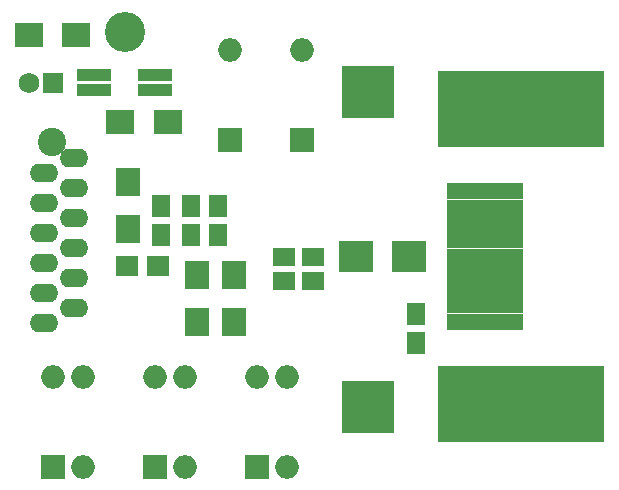
<source format=gbr>
G04 #@! TF.FileFunction,Soldermask,Top*
%FSLAX46Y46*%
G04 Gerber Fmt 4.6, Leading zero omitted, Abs format (unit mm)*
G04 Created by KiCad (PCBNEW 4.0.5) date 02/02/17 02:07:39*
%MOMM*%
%LPD*%
G01*
G04 APERTURE LIST*
%ADD10C,0.100000*%
%ADD11R,1.750000X1.750000*%
%ADD12C,1.750000*%
%ADD13R,2.900000X1.000000*%
%ADD14R,2.900000X0.670000*%
%ADD15R,4.464000X4.464000*%
%ADD16R,2.000000X2.400000*%
%ADD17C,3.400000*%
%ADD18R,2.000000X2.000000*%
%ADD19O,2.000000X2.000000*%
%ADD20R,2.400000X2.100000*%
%ADD21R,2.100000X2.400000*%
%ADD22R,1.650000X1.900000*%
%ADD23R,1.900000X1.650000*%
%ADD24R,1.900000X1.700000*%
%ADD25R,14.100000X6.400000*%
%ADD26R,6.400000X1.340000*%
%ADD27C,3.900000*%
%ADD28O,2.400000X1.600000*%
%ADD29C,2.400000*%
G04 APERTURE END LIST*
D10*
D11*
X160020000Y-91948000D03*
D12*
X158020000Y-91948000D03*
D13*
X168716000Y-91313000D03*
X163516000Y-91313000D03*
X168716000Y-92583000D03*
X163516000Y-92583000D03*
D14*
X185710000Y-107680000D03*
X190210000Y-107680000D03*
X185710000Y-107180000D03*
X190210000Y-107180000D03*
X185710000Y-106680000D03*
X190210000Y-106680000D03*
X185710000Y-106180000D03*
X190210000Y-106180000D03*
X185710000Y-105680000D03*
X190210000Y-105680000D03*
D15*
X186690000Y-119380000D03*
X186690000Y-92710000D03*
D16*
X166370000Y-104362000D03*
X166370000Y-100362000D03*
D17*
X166116000Y-87630000D03*
D18*
X168656000Y-124460000D03*
D19*
X171196000Y-116840000D03*
X171196000Y-124460000D03*
X168656000Y-116840000D03*
D18*
X181102000Y-96774000D03*
D19*
X181102000Y-89154000D03*
D18*
X160020000Y-124460000D03*
D19*
X162560000Y-116840000D03*
X162560000Y-124460000D03*
X160020000Y-116840000D03*
D18*
X177292000Y-124460000D03*
D19*
X179832000Y-116840000D03*
X179832000Y-124460000D03*
X177292000Y-116840000D03*
D18*
X175006000Y-96774000D03*
D19*
X175006000Y-89154000D03*
D20*
X162020000Y-87884000D03*
X158020000Y-87884000D03*
X165767000Y-95250000D03*
X169767000Y-95250000D03*
D21*
X172212000Y-108236000D03*
X172212000Y-112236000D03*
X175387000Y-108236000D03*
X175387000Y-112236000D03*
D22*
X171704000Y-104882000D03*
X171704000Y-102382000D03*
X173990000Y-104882000D03*
X173990000Y-102382000D03*
X190754000Y-111526000D03*
X190754000Y-114026000D03*
X169164000Y-104882000D03*
X169164000Y-102382000D03*
D23*
X182098000Y-108712000D03*
X179598000Y-108712000D03*
X182098000Y-106680000D03*
X179598000Y-106680000D03*
D24*
X166290000Y-107442000D03*
X168990000Y-107442000D03*
D25*
X199684000Y-119180000D03*
D26*
X196604000Y-103920000D03*
X196604000Y-102540000D03*
X196604000Y-105300000D03*
X196604000Y-106680000D03*
X196604000Y-101160000D03*
X196604000Y-112200000D03*
X196604000Y-110820000D03*
X196604000Y-109440000D03*
X196604000Y-108060000D03*
D25*
X199684000Y-94180000D03*
D27*
X197104000Y-94180000D03*
X197104000Y-119180000D03*
D28*
X161798000Y-98298000D03*
X159258000Y-99568000D03*
X161798000Y-100838000D03*
X159258000Y-102108000D03*
X161798000Y-103378000D03*
X159258000Y-104648000D03*
X161798000Y-105918000D03*
X159258000Y-107188000D03*
X161798000Y-108458000D03*
X159258000Y-109728000D03*
X161798000Y-110998000D03*
X159258000Y-112268000D03*
D29*
X159998000Y-96948000D03*
M02*

</source>
